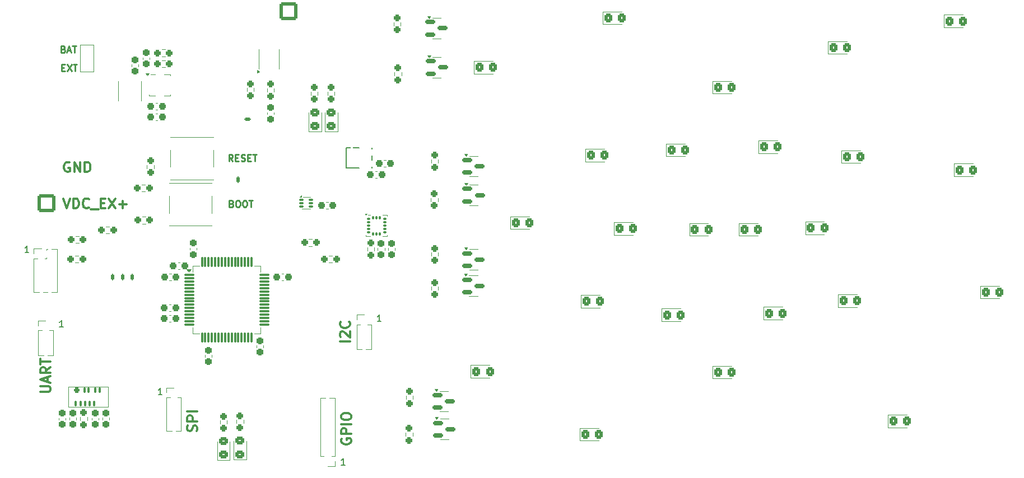
<source format=gto>
G04 #@! TF.GenerationSoftware,KiCad,Pcbnew,8.0.2-8.0.2-0~ubuntu22.04.1*
G04 #@! TF.CreationDate,2024-05-15T13:26:14-04:00*
G04 #@! TF.ProjectId,holiday-widget,686f6c69-6461-4792-9d77-69646765742e,1.0*
G04 #@! TF.SameCoordinates,Original*
G04 #@! TF.FileFunction,Legend,Top*
G04 #@! TF.FilePolarity,Positive*
%FSLAX46Y46*%
G04 Gerber Fmt 4.6, Leading zero omitted, Abs format (unit mm)*
G04 Created by KiCad (PCBNEW 8.0.2-8.0.2-0~ubuntu22.04.1) date 2024-05-15 13:26:14*
%MOMM*%
%LPD*%
G01*
G04 APERTURE LIST*
G04 Aperture macros list*
%AMRoundRect*
0 Rectangle with rounded corners*
0 $1 Rounding radius*
0 $2 $3 $4 $5 $6 $7 $8 $9 X,Y pos of 4 corners*
0 Add a 4 corners polygon primitive as box body*
4,1,4,$2,$3,$4,$5,$6,$7,$8,$9,$2,$3,0*
0 Add four circle primitives for the rounded corners*
1,1,$1+$1,$2,$3*
1,1,$1+$1,$4,$5*
1,1,$1+$1,$6,$7*
1,1,$1+$1,$8,$9*
0 Add four rect primitives between the rounded corners*
20,1,$1+$1,$2,$3,$4,$5,0*
20,1,$1+$1,$4,$5,$6,$7,0*
20,1,$1+$1,$6,$7,$8,$9,0*
20,1,$1+$1,$8,$9,$2,$3,0*%
%AMFreePoly0*
4,1,51,0.911569,0.773019,1.138152,0.657569,1.317969,0.477752,1.433419,0.251169,1.462091,0.070138,1.470107,0.070840,1.473200,0.000000,1.470107,-0.070840,1.462091,-0.070138,1.433419,-0.251169,1.317969,-0.477752,1.138152,-0.657569,0.911569,-0.773019,0.660400,-0.812800,0.409231,-0.773019,0.182648,-0.657569,0.002831,-0.477752,-0.112619,-0.251169,-0.141291,-0.070138,-0.149307,-0.070840,
-0.152400,0.000000,0.152400,0.000000,0.177263,-0.156981,0.249420,-0.298595,0.361805,-0.410981,0.503420,-0.483137,0.660400,-0.508000,0.817381,-0.483137,0.958995,-0.410981,1.071381,-0.298595,1.143537,-0.156981,1.168400,0.000000,1.143537,0.156981,1.071381,0.298595,0.958995,0.410981,0.817381,0.483137,0.660400,0.508000,0.503420,0.483137,0.361805,0.410981,0.249420,0.298595,
0.177263,0.156981,0.152400,0.000000,-0.152400,0.000000,-0.149307,0.070840,-0.141291,0.070138,-0.112619,0.251169,0.002831,0.477752,0.182648,0.657569,0.409231,0.773019,0.660400,0.812800,0.911569,0.773019,0.911569,0.773019,$1*%
%AMFreePoly1*
4,1,11,0.760000,0.825000,0.380000,0.510000,0.380000,-0.510000,0.760000,-0.825000,0.760000,-1.525000,-0.125000,-1.525000,-0.380000,-1.270000,-0.380000,1.270000,-0.125000,1.525000,0.760000,1.525000,0.760000,0.825000,0.760000,0.825000,$1*%
G04 Aperture macros list end*
%ADD10C,0.300000*%
%ADD11C,0.200000*%
%ADD12C,0.250000*%
%ADD13C,0.120000*%
%ADD14C,0.152400*%
%ADD15C,0.100000*%
%ADD16R,0.280000X0.280000*%
%ADD17O,0.850000X0.280000*%
%ADD18C,0.600000*%
%ADD19R,0.680000X1.050000*%
%ADD20R,0.260000X0.500000*%
%ADD21R,0.280000X0.700000*%
%ADD22R,1.650000X2.400000*%
%ADD23R,1.550000X1.300000*%
%ADD24RoundRect,0.237500X-0.300000X-0.237500X0.300000X-0.237500X0.300000X0.237500X-0.300000X0.237500X0*%
%ADD25RoundRect,0.237500X0.300000X0.237500X-0.300000X0.237500X-0.300000X-0.237500X0.300000X-0.237500X0*%
%ADD26R,1.000000X1.000000*%
%ADD27O,1.000000X1.000000*%
%ADD28RoundRect,0.250000X-0.325000X-0.450000X0.325000X-0.450000X0.325000X0.450000X-0.325000X0.450000X0*%
%ADD29RoundRect,0.250000X1.125000X1.125000X-1.125000X1.125000X-1.125000X-1.125000X1.125000X-1.125000X0*%
%ADD30C,2.750000*%
%ADD31RoundRect,0.125000X-0.125000X-0.375000X0.125000X-0.375000X0.125000X0.375000X-0.125000X0.375000X0*%
%ADD32RoundRect,0.237500X-0.250000X-0.237500X0.250000X-0.237500X0.250000X0.237500X-0.250000X0.237500X0*%
%ADD33RoundRect,0.237500X0.237500X-0.300000X0.237500X0.300000X-0.237500X0.300000X-0.237500X-0.300000X0*%
%ADD34RoundRect,0.237500X-0.237500X0.250000X-0.237500X-0.250000X0.237500X-0.250000X0.237500X0.250000X0*%
%ADD35RoundRect,0.087500X-0.187500X-0.087500X0.187500X-0.087500X0.187500X0.087500X-0.187500X0.087500X0*%
%ADD36RoundRect,0.087500X-0.087500X-0.187500X0.087500X-0.187500X0.087500X0.187500X-0.087500X0.187500X0*%
%ADD37RoundRect,0.150000X-0.587500X-0.150000X0.587500X-0.150000X0.587500X0.150000X-0.587500X0.150000X0*%
%ADD38RoundRect,0.237500X0.250000X0.237500X-0.250000X0.237500X-0.250000X-0.237500X0.250000X-0.237500X0*%
%ADD39RoundRect,0.237500X0.237500X-0.250000X0.237500X0.250000X-0.237500X0.250000X-0.237500X-0.250000X0*%
%ADD40RoundRect,0.250000X1.125000X-1.125000X1.125000X1.125000X-1.125000X1.125000X-1.125000X-1.125000X0*%
%ADD41RoundRect,0.125000X0.375000X-0.125000X0.375000X0.125000X-0.375000X0.125000X-0.375000X-0.125000X0*%
%ADD42RoundRect,0.237500X-0.237500X0.300000X-0.237500X-0.300000X0.237500X-0.300000X0.237500X0.300000X0*%
%ADD43C,0.500000*%
%ADD44R,0.533400X0.736600*%
%ADD45FreePoly0,0.000000*%
%ADD46RoundRect,0.250000X0.450000X-0.325000X0.450000X0.325000X-0.450000X0.325000X-0.450000X-0.325000X0*%
%ADD47C,2.600000*%
%ADD48C,3.800000*%
%ADD49R,1.500000X1.000000*%
%ADD50R,0.300000X1.600000*%
%ADD51RoundRect,0.100000X-0.100000X-0.300000X0.100000X-0.300000X0.100000X0.300000X-0.100000X0.300000X0*%
%ADD52RoundRect,0.200000X-0.215000X-0.200000X0.215000X-0.200000X0.215000X0.200000X-0.215000X0.200000X0*%
%ADD53RoundRect,0.085000X-0.265000X-0.085000X0.265000X-0.085000X0.265000X0.085000X-0.265000X0.085000X0*%
%ADD54FreePoly1,90.000000*%
%ADD55FreePoly1,270.000000*%
%ADD56O,1.300000X4.600000*%
%ADD57O,1.300000X2.800000*%
%ADD58RoundRect,0.075000X-0.700000X-0.075000X0.700000X-0.075000X0.700000X0.075000X-0.700000X0.075000X0*%
%ADD59RoundRect,0.075000X-0.075000X-0.700000X0.075000X-0.700000X0.075000X0.700000X-0.075000X0.700000X0*%
G04 APERTURE END LIST*
D10*
X117118856Y-133065686D02*
X118333142Y-133065686D01*
X118333142Y-133065686D02*
X118475999Y-132994257D01*
X118475999Y-132994257D02*
X118547428Y-132922829D01*
X118547428Y-132922829D02*
X118618856Y-132779971D01*
X118618856Y-132779971D02*
X118618856Y-132494257D01*
X118618856Y-132494257D02*
X118547428Y-132351400D01*
X118547428Y-132351400D02*
X118475999Y-132279971D01*
X118475999Y-132279971D02*
X118333142Y-132208543D01*
X118333142Y-132208543D02*
X117118856Y-132208543D01*
X118190285Y-131565685D02*
X118190285Y-130851400D01*
X118618856Y-131708542D02*
X117118856Y-131208542D01*
X117118856Y-131208542D02*
X118618856Y-130708542D01*
X118618856Y-129351400D02*
X117904570Y-129851400D01*
X118618856Y-130208543D02*
X117118856Y-130208543D01*
X117118856Y-130208543D02*
X117118856Y-129637114D01*
X117118856Y-129637114D02*
X117190285Y-129494257D01*
X117190285Y-129494257D02*
X117261713Y-129422828D01*
X117261713Y-129422828D02*
X117404570Y-129351400D01*
X117404570Y-129351400D02*
X117618856Y-129351400D01*
X117618856Y-129351400D02*
X117761713Y-129422828D01*
X117761713Y-129422828D02*
X117833142Y-129494257D01*
X117833142Y-129494257D02*
X117904570Y-129637114D01*
X117904570Y-129637114D02*
X117904570Y-130208543D01*
X117118856Y-128922828D02*
X117118856Y-128065686D01*
X118618856Y-128494257D02*
X117118856Y-128494257D01*
D11*
X120554742Y-123238341D02*
X119983314Y-123238341D01*
X120269028Y-123238341D02*
X120269028Y-122238341D01*
X120269028Y-122238341D02*
X120173790Y-122381198D01*
X120173790Y-122381198D02*
X120078552Y-122476436D01*
X120078552Y-122476436D02*
X119983314Y-122524055D01*
X163143482Y-144117219D02*
X162572054Y-144117219D01*
X162857768Y-144117219D02*
X162857768Y-143117219D01*
X162857768Y-143117219D02*
X162762530Y-143260076D01*
X162762530Y-143260076D02*
X162667292Y-143355314D01*
X162667292Y-143355314D02*
X162572054Y-143402933D01*
D10*
X163857511Y-125445489D02*
X162357511Y-125445489D01*
X162500368Y-124802631D02*
X162428940Y-124731203D01*
X162428940Y-124731203D02*
X162357511Y-124588346D01*
X162357511Y-124588346D02*
X162357511Y-124231203D01*
X162357511Y-124231203D02*
X162428940Y-124088346D01*
X162428940Y-124088346D02*
X162500368Y-124016917D01*
X162500368Y-124016917D02*
X162643225Y-123945488D01*
X162643225Y-123945488D02*
X162786083Y-123945488D01*
X162786083Y-123945488D02*
X163000368Y-124016917D01*
X163000368Y-124016917D02*
X163857511Y-124874060D01*
X163857511Y-124874060D02*
X163857511Y-123945488D01*
X163714654Y-122445489D02*
X163786083Y-122516917D01*
X163786083Y-122516917D02*
X163857511Y-122731203D01*
X163857511Y-122731203D02*
X163857511Y-122874060D01*
X163857511Y-122874060D02*
X163786083Y-123088346D01*
X163786083Y-123088346D02*
X163643225Y-123231203D01*
X163643225Y-123231203D02*
X163500368Y-123302632D01*
X163500368Y-123302632D02*
X163214654Y-123374060D01*
X163214654Y-123374060D02*
X163000368Y-123374060D01*
X163000368Y-123374060D02*
X162714654Y-123302632D01*
X162714654Y-123302632D02*
X162571797Y-123231203D01*
X162571797Y-123231203D02*
X162428940Y-123088346D01*
X162428940Y-123088346D02*
X162357511Y-122874060D01*
X162357511Y-122874060D02*
X162357511Y-122731203D01*
X162357511Y-122731203D02*
X162428940Y-122516917D01*
X162428940Y-122516917D02*
X162500368Y-122445489D01*
D11*
X115339334Y-111986660D02*
X114767906Y-111986660D01*
X115053620Y-111986660D02*
X115053620Y-110986660D01*
X115053620Y-110986660D02*
X114958382Y-111129517D01*
X114958382Y-111129517D02*
X114863144Y-111224755D01*
X114863144Y-111224755D02*
X114767906Y-111272374D01*
D10*
X120565902Y-103814273D02*
X121065902Y-105314273D01*
X121065902Y-105314273D02*
X121565902Y-103814273D01*
X122065901Y-105314273D02*
X122065901Y-103814273D01*
X122065901Y-103814273D02*
X122423044Y-103814273D01*
X122423044Y-103814273D02*
X122637330Y-103885702D01*
X122637330Y-103885702D02*
X122780187Y-104028559D01*
X122780187Y-104028559D02*
X122851616Y-104171416D01*
X122851616Y-104171416D02*
X122923044Y-104457130D01*
X122923044Y-104457130D02*
X122923044Y-104671416D01*
X122923044Y-104671416D02*
X122851616Y-104957130D01*
X122851616Y-104957130D02*
X122780187Y-105099987D01*
X122780187Y-105099987D02*
X122637330Y-105242845D01*
X122637330Y-105242845D02*
X122423044Y-105314273D01*
X122423044Y-105314273D02*
X122065901Y-105314273D01*
X124423044Y-105171416D02*
X124351616Y-105242845D01*
X124351616Y-105242845D02*
X124137330Y-105314273D01*
X124137330Y-105314273D02*
X123994473Y-105314273D01*
X123994473Y-105314273D02*
X123780187Y-105242845D01*
X123780187Y-105242845D02*
X123637330Y-105099987D01*
X123637330Y-105099987D02*
X123565901Y-104957130D01*
X123565901Y-104957130D02*
X123494473Y-104671416D01*
X123494473Y-104671416D02*
X123494473Y-104457130D01*
X123494473Y-104457130D02*
X123565901Y-104171416D01*
X123565901Y-104171416D02*
X123637330Y-104028559D01*
X123637330Y-104028559D02*
X123780187Y-103885702D01*
X123780187Y-103885702D02*
X123994473Y-103814273D01*
X123994473Y-103814273D02*
X124137330Y-103814273D01*
X124137330Y-103814273D02*
X124351616Y-103885702D01*
X124351616Y-103885702D02*
X124423044Y-103957130D01*
X124708759Y-105457130D02*
X125851616Y-105457130D01*
X126208758Y-104528559D02*
X126708758Y-104528559D01*
X126923044Y-105314273D02*
X126208758Y-105314273D01*
X126208758Y-105314273D02*
X126208758Y-103814273D01*
X126208758Y-103814273D02*
X126923044Y-103814273D01*
X127423044Y-103814273D02*
X128423044Y-105314273D01*
X128423044Y-103814273D02*
X127423044Y-105314273D01*
X128994472Y-104742845D02*
X130137330Y-104742845D01*
X129565901Y-105314273D02*
X129565901Y-104171416D01*
D12*
X145985901Y-104590809D02*
X146128758Y-104638428D01*
X146128758Y-104638428D02*
X146176377Y-104686047D01*
X146176377Y-104686047D02*
X146223996Y-104781285D01*
X146223996Y-104781285D02*
X146223996Y-104924142D01*
X146223996Y-104924142D02*
X146176377Y-105019380D01*
X146176377Y-105019380D02*
X146128758Y-105067000D01*
X146128758Y-105067000D02*
X146033520Y-105114619D01*
X146033520Y-105114619D02*
X145652568Y-105114619D01*
X145652568Y-105114619D02*
X145652568Y-104114619D01*
X145652568Y-104114619D02*
X145985901Y-104114619D01*
X145985901Y-104114619D02*
X146081139Y-104162238D01*
X146081139Y-104162238D02*
X146128758Y-104209857D01*
X146128758Y-104209857D02*
X146176377Y-104305095D01*
X146176377Y-104305095D02*
X146176377Y-104400333D01*
X146176377Y-104400333D02*
X146128758Y-104495571D01*
X146128758Y-104495571D02*
X146081139Y-104543190D01*
X146081139Y-104543190D02*
X145985901Y-104590809D01*
X145985901Y-104590809D02*
X145652568Y-104590809D01*
X146843044Y-104114619D02*
X147033520Y-104114619D01*
X147033520Y-104114619D02*
X147128758Y-104162238D01*
X147128758Y-104162238D02*
X147223996Y-104257476D01*
X147223996Y-104257476D02*
X147271615Y-104447952D01*
X147271615Y-104447952D02*
X147271615Y-104781285D01*
X147271615Y-104781285D02*
X147223996Y-104971761D01*
X147223996Y-104971761D02*
X147128758Y-105067000D01*
X147128758Y-105067000D02*
X147033520Y-105114619D01*
X147033520Y-105114619D02*
X146843044Y-105114619D01*
X146843044Y-105114619D02*
X146747806Y-105067000D01*
X146747806Y-105067000D02*
X146652568Y-104971761D01*
X146652568Y-104971761D02*
X146604949Y-104781285D01*
X146604949Y-104781285D02*
X146604949Y-104447952D01*
X146604949Y-104447952D02*
X146652568Y-104257476D01*
X146652568Y-104257476D02*
X146747806Y-104162238D01*
X146747806Y-104162238D02*
X146843044Y-104114619D01*
X147890663Y-104114619D02*
X148081139Y-104114619D01*
X148081139Y-104114619D02*
X148176377Y-104162238D01*
X148176377Y-104162238D02*
X148271615Y-104257476D01*
X148271615Y-104257476D02*
X148319234Y-104447952D01*
X148319234Y-104447952D02*
X148319234Y-104781285D01*
X148319234Y-104781285D02*
X148271615Y-104971761D01*
X148271615Y-104971761D02*
X148176377Y-105067000D01*
X148176377Y-105067000D02*
X148081139Y-105114619D01*
X148081139Y-105114619D02*
X147890663Y-105114619D01*
X147890663Y-105114619D02*
X147795425Y-105067000D01*
X147795425Y-105067000D02*
X147700187Y-104971761D01*
X147700187Y-104971761D02*
X147652568Y-104781285D01*
X147652568Y-104781285D02*
X147652568Y-104447952D01*
X147652568Y-104447952D02*
X147700187Y-104257476D01*
X147700187Y-104257476D02*
X147795425Y-104162238D01*
X147795425Y-104162238D02*
X147890663Y-104114619D01*
X148604949Y-104114619D02*
X149176377Y-104114619D01*
X148890663Y-105114619D02*
X148890663Y-104114619D01*
D11*
X135475147Y-133503878D02*
X134903719Y-133503878D01*
X135189433Y-133503878D02*
X135189433Y-132503878D01*
X135189433Y-132503878D02*
X135094195Y-132646735D01*
X135094195Y-132646735D02*
X134998957Y-132741973D01*
X134998957Y-132741973D02*
X134903719Y-132789592D01*
D10*
X140729400Y-139016917D02*
X140800828Y-138802632D01*
X140800828Y-138802632D02*
X140800828Y-138445489D01*
X140800828Y-138445489D02*
X140729400Y-138302632D01*
X140729400Y-138302632D02*
X140657971Y-138231203D01*
X140657971Y-138231203D02*
X140515114Y-138159774D01*
X140515114Y-138159774D02*
X140372257Y-138159774D01*
X140372257Y-138159774D02*
X140229400Y-138231203D01*
X140229400Y-138231203D02*
X140157971Y-138302632D01*
X140157971Y-138302632D02*
X140086542Y-138445489D01*
X140086542Y-138445489D02*
X140015114Y-138731203D01*
X140015114Y-138731203D02*
X139943685Y-138874060D01*
X139943685Y-138874060D02*
X139872257Y-138945489D01*
X139872257Y-138945489D02*
X139729400Y-139016917D01*
X139729400Y-139016917D02*
X139586542Y-139016917D01*
X139586542Y-139016917D02*
X139443685Y-138945489D01*
X139443685Y-138945489D02*
X139372257Y-138874060D01*
X139372257Y-138874060D02*
X139300828Y-138731203D01*
X139300828Y-138731203D02*
X139300828Y-138374060D01*
X139300828Y-138374060D02*
X139372257Y-138159774D01*
X140800828Y-137516918D02*
X139300828Y-137516918D01*
X139300828Y-137516918D02*
X139300828Y-136945489D01*
X139300828Y-136945489D02*
X139372257Y-136802632D01*
X139372257Y-136802632D02*
X139443685Y-136731203D01*
X139443685Y-136731203D02*
X139586542Y-136659775D01*
X139586542Y-136659775D02*
X139800828Y-136659775D01*
X139800828Y-136659775D02*
X139943685Y-136731203D01*
X139943685Y-136731203D02*
X140015114Y-136802632D01*
X140015114Y-136802632D02*
X140086542Y-136945489D01*
X140086542Y-136945489D02*
X140086542Y-137516918D01*
X140800828Y-136016918D02*
X139300828Y-136016918D01*
X121506121Y-98385874D02*
X121363264Y-98314445D01*
X121363264Y-98314445D02*
X121148978Y-98314445D01*
X121148978Y-98314445D02*
X120934692Y-98385874D01*
X120934692Y-98385874D02*
X120791835Y-98528731D01*
X120791835Y-98528731D02*
X120720406Y-98671588D01*
X120720406Y-98671588D02*
X120648978Y-98957302D01*
X120648978Y-98957302D02*
X120648978Y-99171588D01*
X120648978Y-99171588D02*
X120720406Y-99457302D01*
X120720406Y-99457302D02*
X120791835Y-99600159D01*
X120791835Y-99600159D02*
X120934692Y-99743017D01*
X120934692Y-99743017D02*
X121148978Y-99814445D01*
X121148978Y-99814445D02*
X121291835Y-99814445D01*
X121291835Y-99814445D02*
X121506121Y-99743017D01*
X121506121Y-99743017D02*
X121577549Y-99671588D01*
X121577549Y-99671588D02*
X121577549Y-99171588D01*
X121577549Y-99171588D02*
X121291835Y-99171588D01*
X122220406Y-99814445D02*
X122220406Y-98314445D01*
X122220406Y-98314445D02*
X123077549Y-99814445D01*
X123077549Y-99814445D02*
X123077549Y-98314445D01*
X123791835Y-99814445D02*
X123791835Y-98314445D01*
X123791835Y-98314445D02*
X124148978Y-98314445D01*
X124148978Y-98314445D02*
X124363264Y-98385874D01*
X124363264Y-98385874D02*
X124506121Y-98528731D01*
X124506121Y-98528731D02*
X124577550Y-98671588D01*
X124577550Y-98671588D02*
X124648978Y-98957302D01*
X124648978Y-98957302D02*
X124648978Y-99171588D01*
X124648978Y-99171588D02*
X124577550Y-99457302D01*
X124577550Y-99457302D02*
X124506121Y-99600159D01*
X124506121Y-99600159D02*
X124363264Y-99743017D01*
X124363264Y-99743017D02*
X124148978Y-99814445D01*
X124148978Y-99814445D02*
X123791835Y-99814445D01*
D12*
X120335984Y-84006281D02*
X120669317Y-84006281D01*
X120812174Y-84530091D02*
X120335984Y-84530091D01*
X120335984Y-84530091D02*
X120335984Y-83530091D01*
X120335984Y-83530091D02*
X120812174Y-83530091D01*
X121145508Y-83530091D02*
X121812174Y-84530091D01*
X121812174Y-83530091D02*
X121145508Y-84530091D01*
X122050270Y-83530091D02*
X122621698Y-83530091D01*
X122335984Y-84530091D02*
X122335984Y-83530091D01*
X120548233Y-81221357D02*
X120691090Y-81268976D01*
X120691090Y-81268976D02*
X120738709Y-81316595D01*
X120738709Y-81316595D02*
X120786328Y-81411833D01*
X120786328Y-81411833D02*
X120786328Y-81554690D01*
X120786328Y-81554690D02*
X120738709Y-81649928D01*
X120738709Y-81649928D02*
X120691090Y-81697548D01*
X120691090Y-81697548D02*
X120595852Y-81745167D01*
X120595852Y-81745167D02*
X120214900Y-81745167D01*
X120214900Y-81745167D02*
X120214900Y-80745167D01*
X120214900Y-80745167D02*
X120548233Y-80745167D01*
X120548233Y-80745167D02*
X120643471Y-80792786D01*
X120643471Y-80792786D02*
X120691090Y-80840405D01*
X120691090Y-80840405D02*
X120738709Y-80935643D01*
X120738709Y-80935643D02*
X120738709Y-81030881D01*
X120738709Y-81030881D02*
X120691090Y-81126119D01*
X120691090Y-81126119D02*
X120643471Y-81173738D01*
X120643471Y-81173738D02*
X120548233Y-81221357D01*
X120548233Y-81221357D02*
X120214900Y-81221357D01*
X121167281Y-81459452D02*
X121643471Y-81459452D01*
X121072043Y-81745167D02*
X121405376Y-80745167D01*
X121405376Y-80745167D02*
X121738709Y-81745167D01*
X121929186Y-80745167D02*
X122500614Y-80745167D01*
X122214900Y-81745167D02*
X122214900Y-80745167D01*
X146155874Y-98174793D02*
X145822541Y-97698602D01*
X145584446Y-98174793D02*
X145584446Y-97174793D01*
X145584446Y-97174793D02*
X145965398Y-97174793D01*
X145965398Y-97174793D02*
X146060636Y-97222412D01*
X146060636Y-97222412D02*
X146108255Y-97270031D01*
X146108255Y-97270031D02*
X146155874Y-97365269D01*
X146155874Y-97365269D02*
X146155874Y-97508126D01*
X146155874Y-97508126D02*
X146108255Y-97603364D01*
X146108255Y-97603364D02*
X146060636Y-97650983D01*
X146060636Y-97650983D02*
X145965398Y-97698602D01*
X145965398Y-97698602D02*
X145584446Y-97698602D01*
X146584446Y-97650983D02*
X146917779Y-97650983D01*
X147060636Y-98174793D02*
X146584446Y-98174793D01*
X146584446Y-98174793D02*
X146584446Y-97174793D01*
X146584446Y-97174793D02*
X147060636Y-97174793D01*
X147441589Y-98127174D02*
X147584446Y-98174793D01*
X147584446Y-98174793D02*
X147822541Y-98174793D01*
X147822541Y-98174793D02*
X147917779Y-98127174D01*
X147917779Y-98127174D02*
X147965398Y-98079554D01*
X147965398Y-98079554D02*
X148013017Y-97984316D01*
X148013017Y-97984316D02*
X148013017Y-97889078D01*
X148013017Y-97889078D02*
X147965398Y-97793840D01*
X147965398Y-97793840D02*
X147917779Y-97746221D01*
X147917779Y-97746221D02*
X147822541Y-97698602D01*
X147822541Y-97698602D02*
X147632065Y-97650983D01*
X147632065Y-97650983D02*
X147536827Y-97603364D01*
X147536827Y-97603364D02*
X147489208Y-97555745D01*
X147489208Y-97555745D02*
X147441589Y-97460507D01*
X147441589Y-97460507D02*
X147441589Y-97365269D01*
X147441589Y-97365269D02*
X147489208Y-97270031D01*
X147489208Y-97270031D02*
X147536827Y-97222412D01*
X147536827Y-97222412D02*
X147632065Y-97174793D01*
X147632065Y-97174793D02*
X147870160Y-97174793D01*
X147870160Y-97174793D02*
X148013017Y-97222412D01*
X148441589Y-97650983D02*
X148774922Y-97650983D01*
X148917779Y-98174793D02*
X148441589Y-98174793D01*
X148441589Y-98174793D02*
X148441589Y-97174793D01*
X148441589Y-97174793D02*
X148917779Y-97174793D01*
X149203494Y-97174793D02*
X149774922Y-97174793D01*
X149489208Y-98174793D02*
X149489208Y-97174793D01*
D11*
X168581938Y-122421620D02*
X168010510Y-122421620D01*
X168296224Y-122421620D02*
X168296224Y-121421620D01*
X168296224Y-121421620D02*
X168200986Y-121564477D01*
X168200986Y-121564477D02*
X168105748Y-121659715D01*
X168105748Y-121659715D02*
X168010510Y-121707334D01*
D10*
X162622257Y-140159774D02*
X162550828Y-140302632D01*
X162550828Y-140302632D02*
X162550828Y-140516917D01*
X162550828Y-140516917D02*
X162622257Y-140731203D01*
X162622257Y-140731203D02*
X162765114Y-140874060D01*
X162765114Y-140874060D02*
X162907971Y-140945489D01*
X162907971Y-140945489D02*
X163193685Y-141016917D01*
X163193685Y-141016917D02*
X163407971Y-141016917D01*
X163407971Y-141016917D02*
X163693685Y-140945489D01*
X163693685Y-140945489D02*
X163836542Y-140874060D01*
X163836542Y-140874060D02*
X163979400Y-140731203D01*
X163979400Y-140731203D02*
X164050828Y-140516917D01*
X164050828Y-140516917D02*
X164050828Y-140374060D01*
X164050828Y-140374060D02*
X163979400Y-140159774D01*
X163979400Y-140159774D02*
X163907971Y-140088346D01*
X163907971Y-140088346D02*
X163407971Y-140088346D01*
X163407971Y-140088346D02*
X163407971Y-140374060D01*
X164050828Y-139445489D02*
X162550828Y-139445489D01*
X162550828Y-139445489D02*
X162550828Y-138874060D01*
X162550828Y-138874060D02*
X162622257Y-138731203D01*
X162622257Y-138731203D02*
X162693685Y-138659774D01*
X162693685Y-138659774D02*
X162836542Y-138588346D01*
X162836542Y-138588346D02*
X163050828Y-138588346D01*
X163050828Y-138588346D02*
X163193685Y-138659774D01*
X163193685Y-138659774D02*
X163265114Y-138731203D01*
X163265114Y-138731203D02*
X163336542Y-138874060D01*
X163336542Y-138874060D02*
X163336542Y-139445489D01*
X164050828Y-137945489D02*
X162550828Y-137945489D01*
X162550828Y-136945488D02*
X162550828Y-136659774D01*
X162550828Y-136659774D02*
X162622257Y-136516917D01*
X162622257Y-136516917D02*
X162765114Y-136374060D01*
X162765114Y-136374060D02*
X163050828Y-136302631D01*
X163050828Y-136302631D02*
X163550828Y-136302631D01*
X163550828Y-136302631D02*
X163836542Y-136374060D01*
X163836542Y-136374060D02*
X163979400Y-136516917D01*
X163979400Y-136516917D02*
X164050828Y-136659774D01*
X164050828Y-136659774D02*
X164050828Y-136945488D01*
X164050828Y-136945488D02*
X163979400Y-137088346D01*
X163979400Y-137088346D02*
X163836542Y-137231203D01*
X163836542Y-137231203D02*
X163550828Y-137302631D01*
X163550828Y-137302631D02*
X163050828Y-137302631D01*
X163050828Y-137302631D02*
X162765114Y-137231203D01*
X162765114Y-137231203D02*
X162622257Y-137088346D01*
X162622257Y-137088346D02*
X162550828Y-136945488D01*
D13*
X133481196Y-88294048D02*
X133481196Y-88069048D01*
X133481196Y-88294048D02*
X134456196Y-88294048D01*
X133786196Y-85044048D02*
X134456196Y-85044048D01*
X135756196Y-85044048D02*
X136731196Y-85044048D01*
X135756196Y-88294048D02*
X136731196Y-88294048D01*
X136731196Y-85269048D02*
X136731196Y-85044048D01*
X136731196Y-88069048D02*
X136731196Y-88294048D01*
X133266196Y-85249048D02*
X133026196Y-84919048D01*
X133506196Y-84919048D01*
X133266196Y-85249048D01*
G36*
X133266196Y-85249048D02*
G01*
X133026196Y-84919048D01*
X133506196Y-84919048D01*
X133266196Y-85249048D01*
G37*
X136745000Y-94520000D02*
X143205000Y-94520000D01*
X136745000Y-94550000D02*
X136745000Y-94520000D01*
X136745000Y-96450000D02*
X136745000Y-99050000D01*
X136745000Y-100980000D02*
X136745000Y-100950000D01*
X136745000Y-100980000D02*
X143205000Y-100980000D01*
X143205000Y-94520000D02*
X143205000Y-94550000D01*
X143205000Y-96450000D02*
X143205000Y-99050000D01*
X143205000Y-100980000D02*
X143205000Y-100950000D01*
X153563494Y-115195081D02*
X153856028Y-115195081D01*
X153563494Y-116215081D02*
X153856028Y-116215081D01*
X136819402Y-121427760D02*
X136526868Y-121427760D01*
X136819402Y-122447760D02*
X136526868Y-122447760D01*
X159390000Y-142800000D02*
X159390000Y-133975000D01*
X159936529Y-142800000D02*
X159390000Y-142800000D01*
X160192470Y-133975000D02*
X159390000Y-133975000D01*
X161610000Y-133975000D02*
X160807530Y-133975000D01*
X161610000Y-142800000D02*
X161063471Y-142800000D01*
X161610000Y-142800000D02*
X161610000Y-133975000D01*
X161610000Y-143560000D02*
X161610000Y-144320000D01*
X161610000Y-144320000D02*
X160500000Y-144320000D01*
X237654371Y-118318460D02*
X237654371Y-120238460D01*
X237654371Y-120238460D02*
X240514371Y-120238460D01*
X240514371Y-118318460D02*
X237654371Y-118318460D01*
X122370183Y-109526051D02*
X122879631Y-109526051D01*
X122370183Y-110571051D02*
X122879631Y-110571051D01*
X151396336Y-91086541D02*
X151396336Y-90794007D01*
X152416336Y-91086541D02*
X152416336Y-90794007D01*
X238140000Y-96540000D02*
X238140000Y-98460000D01*
X238140000Y-98460000D02*
X241000000Y-98460000D01*
X241000000Y-96540000D02*
X238140000Y-96540000D01*
X133202500Y-98745276D02*
X133202500Y-99254724D01*
X134247500Y-98745276D02*
X134247500Y-99254724D01*
X225640000Y-95040000D02*
X225640000Y-96960000D01*
X225640000Y-96960000D02*
X228500000Y-96960000D01*
X228500000Y-95040000D02*
X225640000Y-95040000D01*
X166286477Y-109531439D02*
X166286477Y-109356439D01*
X166961477Y-106311439D02*
X166586477Y-106311439D01*
X166961477Y-109531439D02*
X166286477Y-109531439D01*
X168831477Y-106311439D02*
X169506477Y-106311439D01*
X168831477Y-109531439D02*
X169506477Y-109531439D01*
X169506477Y-106311439D02*
X169506477Y-106486439D01*
X169506477Y-109531439D02*
X169506477Y-109356439D01*
X166286477Y-106311439D02*
X166146477Y-106121439D01*
X166426477Y-106121439D01*
X166286477Y-106311439D01*
G36*
X166286477Y-106311439D02*
G01*
X166146477Y-106121439D01*
X166426477Y-106121439D01*
X166286477Y-106311439D01*
G37*
X182553799Y-97378898D02*
X181903799Y-97378898D01*
X182553799Y-97378898D02*
X183203799Y-97378898D01*
X182553799Y-100498898D02*
X181903799Y-100498898D01*
X182553799Y-100498898D02*
X183203799Y-100498898D01*
X181391299Y-97428898D02*
X181151299Y-97098898D01*
X181631299Y-97098898D01*
X181391299Y-97428898D01*
G36*
X181391299Y-97428898D02*
G01*
X181151299Y-97098898D01*
X181631299Y-97098898D01*
X181391299Y-97428898D01*
G37*
X132407776Y-101727500D02*
X132917224Y-101727500D01*
X132407776Y-102772500D02*
X132917224Y-102772500D01*
X132972808Y-106581829D02*
X132463360Y-106581829D01*
X132972808Y-107626829D02*
X132463360Y-107626829D01*
X170610679Y-85227004D02*
X170610679Y-84717556D01*
X171655679Y-85227004D02*
X171655679Y-84717556D01*
X168991233Y-97990000D02*
X169283767Y-97990000D01*
X168991233Y-99010000D02*
X169283767Y-99010000D01*
X259140000Y-117040000D02*
X259140000Y-118960000D01*
X259140000Y-118960000D02*
X262000000Y-118960000D01*
X262000000Y-117040000D02*
X259140000Y-117040000D01*
X172307130Y-139771668D02*
X172307130Y-139262220D01*
X173352130Y-139771668D02*
X173352130Y-139262220D01*
X160487500Y-87657776D02*
X160487500Y-88167224D01*
X161532500Y-87657776D02*
X161532500Y-88167224D01*
X172369401Y-134167224D02*
X172369401Y-133657776D01*
X173414401Y-134167224D02*
X173414401Y-133657776D01*
X222640000Y-107540000D02*
X222640000Y-109460000D01*
X222640000Y-109460000D02*
X225500000Y-109460000D01*
X225500000Y-107540000D02*
X222640000Y-107540000D01*
X226385392Y-120217972D02*
X226385392Y-122137972D01*
X226385392Y-122137972D02*
X229245392Y-122137972D01*
X229245392Y-120217972D02*
X226385392Y-120217972D01*
X116765360Y-122272355D02*
X117875360Y-122272355D01*
X116765360Y-123032355D02*
X116765360Y-122272355D01*
X116765360Y-123792355D02*
X116765360Y-127537355D01*
X116765360Y-123792355D02*
X117311889Y-123792355D01*
X116765360Y-127537355D02*
X117567830Y-127537355D01*
X118182890Y-127537355D02*
X118985360Y-127537355D01*
X118438831Y-123792355D02*
X118985360Y-123792355D01*
X118985360Y-123792355D02*
X118985360Y-127537355D01*
X188140000Y-106540000D02*
X188140000Y-108460000D01*
X188140000Y-108460000D02*
X191000000Y-108460000D01*
X191000000Y-106540000D02*
X188140000Y-106540000D01*
X121499140Y-137001284D02*
X121499140Y-137293818D01*
X122519140Y-137001284D02*
X122519140Y-137293818D01*
X182640000Y-83040000D02*
X182640000Y-84960000D01*
X182640000Y-84960000D02*
X185500000Y-84960000D01*
X185500000Y-83040000D02*
X182640000Y-83040000D01*
D14*
X163306200Y-96163900D02*
X163306200Y-99161100D01*
X163306200Y-99161100D02*
X165226360Y-99161100D01*
X165226360Y-96163900D02*
X163306200Y-96163900D01*
X167167000Y-96319418D02*
X167167000Y-96163900D01*
X167167000Y-97994418D02*
X167167000Y-97330582D01*
X167167000Y-99161100D02*
X167167000Y-99005582D01*
D13*
X136140000Y-132430000D02*
X137250000Y-132430000D01*
X136140000Y-133190000D02*
X136140000Y-132430000D01*
X136140000Y-133950000D02*
X136140000Y-138965000D01*
X136140000Y-133950000D02*
X136686529Y-133950000D01*
X136140000Y-138965000D02*
X136942470Y-138965000D01*
X137557530Y-138965000D02*
X138360000Y-138965000D01*
X137813471Y-133950000D02*
X138360000Y-133950000D01*
X138360000Y-133950000D02*
X138360000Y-138965000D01*
X177000000Y-82440000D02*
X176350000Y-82440000D01*
X177000000Y-82440000D02*
X177650000Y-82440000D01*
X177000000Y-85560000D02*
X176350000Y-85560000D01*
X177000000Y-85560000D02*
X177650000Y-85560000D01*
X175837500Y-82490000D02*
X175597500Y-82160000D01*
X176077500Y-82160000D01*
X175837500Y-82490000D01*
G36*
X175837500Y-82490000D02*
G01*
X175597500Y-82160000D01*
X176077500Y-82160000D01*
X175837500Y-82490000D01*
G37*
X157629541Y-90831990D02*
X157629541Y-93691990D01*
X157629541Y-93691990D02*
X159549541Y-93691990D01*
X159549541Y-93691990D02*
X159549541Y-90831990D01*
X132571196Y-82772724D02*
X132571196Y-82480190D01*
X133591196Y-82772724D02*
X133591196Y-82480190D01*
X136858314Y-115187983D02*
X136565780Y-115187983D01*
X136858314Y-116207983D02*
X136565780Y-116207983D01*
X253640000Y-76040000D02*
X253640000Y-77960000D01*
X253640000Y-77960000D02*
X256500000Y-77960000D01*
X256500000Y-76040000D02*
X253640000Y-76040000D01*
X198794790Y-118404524D02*
X198794790Y-120324524D01*
X198794790Y-120324524D02*
X201654790Y-120324524D01*
X201654790Y-118404524D02*
X198794790Y-118404524D01*
X178062500Y-132940000D02*
X177412500Y-132940000D01*
X178062500Y-132940000D02*
X178712500Y-132940000D01*
X178062500Y-136060000D02*
X177412500Y-136060000D01*
X178062500Y-136060000D02*
X178712500Y-136060000D01*
X176900000Y-132990000D02*
X176660000Y-132660000D01*
X177140000Y-132660000D01*
X176900000Y-132990000D01*
G36*
X176900000Y-132990000D02*
G01*
X176660000Y-132660000D01*
X177140000Y-132660000D01*
X176900000Y-132990000D01*
G37*
X144227500Y-137407776D02*
X144227500Y-137917224D01*
X145272500Y-137407776D02*
X145272500Y-137917224D01*
X178138674Y-137160048D02*
X177488674Y-137160048D01*
X178138674Y-137160048D02*
X178788674Y-137160048D01*
X178138674Y-140280048D02*
X177488674Y-140280048D01*
X178138674Y-140280048D02*
X178788674Y-140280048D01*
X176976174Y-137210048D02*
X176736174Y-136880048D01*
X177216174Y-136880048D01*
X176976174Y-137210048D01*
G36*
X176976174Y-137210048D02*
G01*
X176736174Y-136880048D01*
X177216174Y-136880048D01*
X176976174Y-137210048D01*
G37*
X176111210Y-104254724D02*
X176111210Y-103745276D01*
X177156210Y-104254724D02*
X177156210Y-103745276D01*
X215165000Y-107540000D02*
X215165000Y-109460000D01*
X215165000Y-109460000D02*
X218025000Y-109460000D01*
X218025000Y-107540000D02*
X215165000Y-107540000D01*
X143810877Y-140563376D02*
X143810877Y-143423376D01*
X143810877Y-143423376D02*
X145730877Y-143423376D01*
X145730877Y-143423376D02*
X145730877Y-140563376D01*
X176963596Y-76500791D02*
X176313596Y-76500791D01*
X176963596Y-76500791D02*
X177613596Y-76500791D01*
X176963596Y-79620791D02*
X176313596Y-79620791D01*
X176963596Y-79620791D02*
X177613596Y-79620791D01*
X175801096Y-76550791D02*
X175561096Y-76220791D01*
X176041096Y-76220791D01*
X175801096Y-76550791D01*
G36*
X175801096Y-76550791D02*
G01*
X175561096Y-76220791D01*
X176041096Y-76220791D01*
X175801096Y-76550791D01*
G37*
X210952206Y-120465894D02*
X210952206Y-122385894D01*
X210952206Y-122385894D02*
X213812206Y-122385894D01*
X213812206Y-120465894D02*
X210952206Y-120465894D01*
X135918842Y-82954492D02*
X135409394Y-82954492D01*
X135918842Y-83999492D02*
X135409394Y-83999492D01*
X160657776Y-112477500D02*
X161167224Y-112477500D01*
X160657776Y-113522500D02*
X161167224Y-113522500D01*
X169672981Y-111340491D02*
X169672981Y-111633025D01*
X170692981Y-111340491D02*
X170692981Y-111633025D01*
X134491233Y-89360914D02*
X134783767Y-89360914D01*
X134491233Y-90380914D02*
X134783767Y-90380914D01*
X123081196Y-80576457D02*
X125081196Y-80576457D01*
X123081196Y-84676457D02*
X123081196Y-80576457D01*
X125081196Y-80576457D02*
X125081196Y-84676457D01*
X125081196Y-84676457D02*
X123081196Y-84676457D01*
X198640000Y-138540000D02*
X198640000Y-140460000D01*
X198640000Y-140460000D02*
X201500000Y-140460000D01*
X201500000Y-138540000D02*
X198640000Y-138540000D01*
X136516058Y-101487923D02*
X136516058Y-101517923D01*
X136516058Y-106017923D02*
X136516058Y-103417923D01*
X136516058Y-107947923D02*
X136516058Y-107917923D01*
X142976058Y-101487923D02*
X136516058Y-101487923D01*
X142976058Y-101487923D02*
X142976058Y-101517923D01*
X142976058Y-106017923D02*
X142976058Y-103417923D01*
X142976058Y-107917923D02*
X142976058Y-107947923D01*
X142976058Y-107947923D02*
X136516058Y-107947923D01*
X150107267Y-81250364D02*
X150107267Y-84250364D01*
X153107267Y-81250364D02*
X153107267Y-84250364D01*
X150207267Y-84600364D02*
X149877267Y-84840364D01*
X149877267Y-84360364D01*
X150207267Y-84600364D01*
G36*
X150207267Y-84600364D02*
G01*
X149877267Y-84840364D01*
X149877267Y-84360364D01*
X150207267Y-84600364D01*
G37*
X119867782Y-137002515D02*
X119867782Y-137295049D01*
X120887782Y-137002515D02*
X120887782Y-137295049D01*
X127504724Y-108047667D02*
X126995276Y-108047667D01*
X127504724Y-109092667D02*
X126995276Y-109092667D01*
X232695918Y-107316892D02*
X232695918Y-109236892D01*
X232695918Y-109236892D02*
X235555918Y-109236892D01*
X235555918Y-107316892D02*
X232695918Y-107316892D01*
X136824957Y-119815651D02*
X136532423Y-119815651D01*
X136824957Y-120835651D02*
X136532423Y-120835651D01*
X160263649Y-104370682D02*
X160556183Y-104370682D01*
X160263649Y-105390682D02*
X160556183Y-105390682D01*
X124887471Y-137005278D02*
X124887471Y-137297812D01*
X125907471Y-137005278D02*
X125907471Y-137297812D01*
X123104343Y-137402207D02*
X123104343Y-136892759D01*
X124149343Y-137402207D02*
X124149343Y-136892759D01*
X176141101Y-112529520D02*
X176141101Y-112020072D01*
X177186101Y-112529520D02*
X177186101Y-112020072D01*
D15*
X121301214Y-132313954D02*
X127301214Y-132313954D01*
X127301214Y-135313954D01*
X121301214Y-135313954D01*
X121301214Y-132313954D01*
D13*
X199464181Y-96314615D02*
X199464181Y-98234615D01*
X199464181Y-98234615D02*
X202324181Y-98234615D01*
X202324181Y-96314615D02*
X199464181Y-96314615D01*
X146727500Y-137332776D02*
X146727500Y-137842224D01*
X147772500Y-137332776D02*
X147772500Y-137842224D01*
X176181299Y-98456122D02*
X176181299Y-97946674D01*
X177226299Y-98456122D02*
X177226299Y-97946674D01*
X139719105Y-111591355D02*
X139719105Y-111298821D01*
X140739105Y-111591355D02*
X140739105Y-111298821D01*
X182553799Y-111503898D02*
X181903799Y-111503898D01*
X182553799Y-111503898D02*
X183203799Y-111503898D01*
X182553799Y-114623898D02*
X181903799Y-114623898D01*
X182553799Y-114623898D02*
X183203799Y-114623898D01*
X181391299Y-111553898D02*
X181151299Y-111223898D01*
X181631299Y-111223898D01*
X181391299Y-111553898D01*
G36*
X181391299Y-111553898D02*
G01*
X181151299Y-111223898D01*
X181631299Y-111223898D01*
X181391299Y-111553898D01*
G37*
X176133801Y-117686009D02*
X176133801Y-117176561D01*
X177178801Y-117686009D02*
X177178801Y-117176561D01*
X157657776Y-109977500D02*
X158167224Y-109977500D01*
X157657776Y-111022500D02*
X158167224Y-111022500D01*
X211640000Y-95540000D02*
X211640000Y-97460000D01*
X211640000Y-97460000D02*
X214500000Y-97460000D01*
X214500000Y-95540000D02*
X211640000Y-95540000D01*
X236140000Y-80040000D02*
X236140000Y-81960000D01*
X236140000Y-81960000D02*
X239000000Y-81960000D01*
X239000000Y-80040000D02*
X236140000Y-80040000D01*
X126490000Y-136991233D02*
X126490000Y-137283767D01*
X127510000Y-136991233D02*
X127510000Y-137283767D01*
X141990000Y-127491233D02*
X141990000Y-127783767D01*
X143010000Y-127491233D02*
X143010000Y-127783767D01*
X182538111Y-115491075D02*
X181888111Y-115491075D01*
X182538111Y-115491075D02*
X183188111Y-115491075D01*
X182538111Y-118611075D02*
X181888111Y-118611075D01*
X182538111Y-118611075D02*
X183188111Y-118611075D01*
X181375611Y-115541075D02*
X181135611Y-115211075D01*
X181615611Y-115211075D01*
X181375611Y-115541075D01*
G36*
X181375611Y-115541075D02*
G01*
X181135611Y-115211075D01*
X181615611Y-115211075D01*
X181375611Y-115541075D01*
G37*
X170477500Y-77667224D02*
X170477500Y-77157776D01*
X171522500Y-77667224D02*
X171522500Y-77157776D01*
X182140000Y-129040000D02*
X182140000Y-130960000D01*
X182140000Y-130960000D02*
X185000000Y-130960000D01*
X185000000Y-129040000D02*
X182140000Y-129040000D01*
X218671118Y-129143187D02*
X218671118Y-131063187D01*
X218671118Y-131063187D02*
X221531118Y-131063187D01*
X221531118Y-129143187D02*
X218671118Y-129143187D01*
X146295159Y-140488376D02*
X146295159Y-143348376D01*
X146295159Y-143348376D02*
X148215159Y-143348376D01*
X148215159Y-143348376D02*
X148215159Y-140488376D01*
X168087824Y-111325986D02*
X168087824Y-111618520D01*
X169107824Y-111325986D02*
X169107824Y-111618520D01*
X122332776Y-112477500D02*
X122842224Y-112477500D01*
X122332776Y-113522500D02*
X122842224Y-113522500D01*
X166485976Y-111705695D02*
X166485976Y-111196247D01*
X167530976Y-111705695D02*
X167530976Y-111196247D01*
X157900000Y-103600000D02*
X156800000Y-103600000D01*
X157900000Y-105400000D02*
X156600000Y-105400000D01*
X156550000Y-103600000D02*
X156270000Y-103600000D01*
X156550000Y-103320000D01*
X156550000Y-103600000D01*
G36*
X156550000Y-103600000D02*
G01*
X156270000Y-103600000D01*
X156550000Y-103320000D01*
X156550000Y-103600000D01*
G37*
X151371096Y-87665952D02*
X151371096Y-87156504D01*
X152416096Y-87665952D02*
X152416096Y-87156504D01*
X138180925Y-114489227D02*
X137888391Y-114489227D01*
X138180925Y-113469227D02*
X137888391Y-113469227D01*
X148317288Y-87638220D02*
X148317288Y-87128772D01*
X149362288Y-87638220D02*
X149362288Y-87128772D01*
X149749409Y-126042473D02*
X149749409Y-126335007D01*
X150769409Y-126042473D02*
X150769409Y-126335007D01*
X255165000Y-98540000D02*
X255165000Y-100460000D01*
X255165000Y-100460000D02*
X258025000Y-100460000D01*
X258025000Y-98540000D02*
X255165000Y-98540000D01*
X245165000Y-136540000D02*
X245165000Y-138460000D01*
X245165000Y-138460000D02*
X248025000Y-138460000D01*
X248025000Y-136540000D02*
X245165000Y-136540000D01*
X134491233Y-90990000D02*
X134783767Y-90990000D01*
X134491233Y-92010000D02*
X134783767Y-92010000D01*
X202115000Y-75540000D02*
X202115000Y-77460000D01*
X202115000Y-77460000D02*
X204975000Y-77460000D01*
X204975000Y-75540000D02*
X202115000Y-75540000D01*
X157977500Y-87657776D02*
X157977500Y-88167224D01*
X159022500Y-87657776D02*
X159022500Y-88167224D01*
X130905924Y-83838106D02*
X130905924Y-83545572D01*
X131925924Y-83838106D02*
X131925924Y-83545572D01*
X164890000Y-121380000D02*
X166000000Y-121380000D01*
X164890000Y-122140000D02*
X164890000Y-121380000D01*
X164890000Y-122900000D02*
X164890000Y-126645000D01*
X164890000Y-122900000D02*
X165436529Y-122900000D01*
X164890000Y-126645000D02*
X165692470Y-126645000D01*
X166307530Y-126645000D02*
X167110000Y-126645000D01*
X166563471Y-122900000D02*
X167110000Y-122900000D01*
X167110000Y-122900000D02*
X167110000Y-126645000D01*
X128856196Y-89003390D02*
X128856196Y-86053390D01*
X132306196Y-89003390D02*
X132306196Y-86053390D01*
X135413972Y-81276537D02*
X135923420Y-81276537D01*
X135413972Y-82321537D02*
X135923420Y-82321537D01*
X160086595Y-90813376D02*
X160086595Y-93673376D01*
X160086595Y-93673376D02*
X162006595Y-93673376D01*
X162006595Y-93673376D02*
X162006595Y-90813376D01*
X203761760Y-107396758D02*
X203761760Y-109316758D01*
X203761760Y-109316758D02*
X206621760Y-109316758D01*
X206621760Y-107396758D02*
X203761760Y-107396758D01*
X116100000Y-111430000D02*
X117230000Y-111430000D01*
X116100000Y-112190000D02*
X116100000Y-111430000D01*
X116100000Y-112950000D02*
X116100000Y-117965000D01*
X116100000Y-112950000D02*
X116666529Y-112950000D01*
X116100000Y-117965000D02*
X116922470Y-117965000D01*
X117537530Y-117965000D02*
X118192470Y-117965000D01*
X117793471Y-112950000D02*
X117936529Y-112950000D01*
X117990000Y-111495000D02*
X118192470Y-111495000D01*
X117990000Y-111626529D02*
X117990000Y-111495000D01*
X117990000Y-112896529D02*
X117990000Y-112753471D01*
X118807530Y-111495000D02*
X119630000Y-111495000D01*
X118807530Y-117965000D02*
X119630000Y-117965000D01*
X119630000Y-111495000D02*
X119630000Y-117965000D01*
X218665000Y-86040000D02*
X218665000Y-87960000D01*
X218665000Y-87960000D02*
X221525000Y-87960000D01*
X221525000Y-86040000D02*
X218665000Y-86040000D01*
X182562500Y-101761013D02*
X181912500Y-101761013D01*
X182562500Y-101761013D02*
X183212500Y-101761013D01*
X182562500Y-104881013D02*
X181912500Y-104881013D01*
X182562500Y-104881013D02*
X183212500Y-104881013D01*
X181400000Y-101811013D02*
X181160000Y-101481013D01*
X181640000Y-101481013D01*
X181400000Y-101811013D01*
G36*
X181400000Y-101811013D02*
G01*
X181160000Y-101481013D01*
X181640000Y-101481013D01*
X181400000Y-101811013D01*
G37*
X167692853Y-99685690D02*
X167985387Y-99685690D01*
X167692853Y-100705690D02*
X167985387Y-100705690D01*
X140147934Y-114028726D02*
X140147934Y-114978726D01*
X140147934Y-124248726D02*
X140147934Y-123298726D01*
X141097934Y-114028726D02*
X140147934Y-114028726D01*
X141097934Y-124248726D02*
X140147934Y-124248726D01*
X149417934Y-114028726D02*
X150367934Y-114028726D01*
X149417934Y-124248726D02*
X150367934Y-124248726D01*
X150367934Y-114028726D02*
X150367934Y-114978726D01*
X150367934Y-124248726D02*
X150367934Y-123298726D01*
X139532934Y-114978726D02*
X139192934Y-114508726D01*
X139872934Y-114508726D01*
X139532934Y-114978726D01*
G36*
X139532934Y-114978726D02*
G01*
X139192934Y-114508726D01*
X139872934Y-114508726D01*
X139532934Y-114978726D01*
G37*
%LPC*%
D16*
X133346196Y-85669048D03*
D17*
X133631196Y-85669048D03*
D16*
X133346196Y-86169048D03*
D17*
X133631196Y-86169048D03*
D16*
X133346196Y-86669048D03*
D17*
X133631196Y-86669048D03*
D16*
X133346196Y-87169048D03*
D17*
X133631196Y-87169048D03*
D16*
X133346196Y-87669048D03*
D17*
X133631196Y-87669048D03*
X136581196Y-87669048D03*
D16*
X136866196Y-87669048D03*
D17*
X136581196Y-87169048D03*
D16*
X136866196Y-87169048D03*
D17*
X136581196Y-86669048D03*
D16*
X136866196Y-86669048D03*
D17*
X136581196Y-86169048D03*
D16*
X136866196Y-86169048D03*
D17*
X136581196Y-85669048D03*
D16*
X136866196Y-85669048D03*
D18*
X134606196Y-85919048D03*
X134606196Y-87419048D03*
D19*
X134656196Y-86034048D03*
X134656196Y-87304048D03*
D20*
X134856196Y-85039048D03*
D21*
X134856196Y-85119048D03*
X134856196Y-88219048D03*
D20*
X134856196Y-88299048D03*
D18*
X135106196Y-86669048D03*
D22*
X135106196Y-86669048D03*
D20*
X135356196Y-85039048D03*
D21*
X135356196Y-85119048D03*
X135356196Y-88219048D03*
D20*
X135356196Y-88299048D03*
D19*
X135556196Y-86034048D03*
X135556196Y-87304048D03*
D18*
X135606196Y-85919048D03*
X135606196Y-87419048D03*
D23*
X136000000Y-95500000D03*
X143950000Y-95500000D03*
X136000000Y-100000000D03*
X143950000Y-100000000D03*
D24*
X152847261Y-115705081D03*
X154572261Y-115705081D03*
D25*
X137535635Y-121937760D03*
X135810635Y-121937760D03*
D26*
X160500000Y-143560000D03*
D27*
X160500000Y-142290000D03*
X160500000Y-141020000D03*
X160500000Y-139750000D03*
X160500000Y-138480000D03*
X160500000Y-137210000D03*
X160500000Y-135940000D03*
X160500000Y-134670000D03*
D28*
X238489371Y-119278460D03*
X240539371Y-119278460D03*
D29*
X154607267Y-75475364D03*
D30*
X149207267Y-75475364D03*
D31*
X147000000Y-101000000D03*
D32*
X121712407Y-110048551D03*
X123537407Y-110048551D03*
D33*
X151906336Y-91802774D03*
X151906336Y-90077774D03*
D28*
X238975000Y-97500000D03*
X241025000Y-97500000D03*
D34*
X133725000Y-98087500D03*
X133725000Y-99912500D03*
D28*
X226475000Y-96000000D03*
X228525000Y-96000000D03*
D35*
X166671477Y-106921439D03*
X166671477Y-107421439D03*
X166671477Y-107921439D03*
X166671477Y-108421439D03*
X166671477Y-108921439D03*
D36*
X167396477Y-109146439D03*
X167896477Y-109146439D03*
X168396477Y-109146439D03*
D35*
X169121477Y-108921439D03*
X169121477Y-108421439D03*
X169121477Y-107921439D03*
X169121477Y-107421439D03*
X169121477Y-106921439D03*
D36*
X168396477Y-106696439D03*
X167896477Y-106696439D03*
X167396477Y-106696439D03*
D31*
X129500000Y-115750000D03*
D37*
X181616299Y-97988898D03*
X181616299Y-99888898D03*
X183491299Y-98938898D03*
D32*
X131750000Y-102250000D03*
X133575000Y-102250000D03*
D38*
X133630584Y-107104329D03*
X131805584Y-107104329D03*
D39*
X171133179Y-85884780D03*
X171133179Y-84059780D03*
D24*
X168275000Y-98500000D03*
X170000000Y-98500000D03*
D28*
X259975000Y-118000000D03*
X262025000Y-118000000D03*
D39*
X172829630Y-140429444D03*
X172829630Y-138604444D03*
D40*
X118000000Y-104500000D03*
D30*
X118000000Y-99100000D03*
D34*
X161010000Y-87000000D03*
X161010000Y-88825000D03*
D39*
X172891901Y-134825000D03*
X172891901Y-133000000D03*
D28*
X223475000Y-108500000D03*
X225525000Y-108500000D03*
X227220392Y-121177972D03*
X229270392Y-121177972D03*
D41*
X148394215Y-91812997D03*
D26*
X117875360Y-123032355D03*
D27*
X117875360Y-124302355D03*
X117875360Y-125572355D03*
X117875360Y-126842355D03*
D28*
X188975000Y-107500000D03*
X191025000Y-107500000D03*
D42*
X122009140Y-136285051D03*
X122009140Y-138010051D03*
D28*
X183475000Y-84000000D03*
X185525000Y-84000000D03*
D43*
X164523200Y-97662500D03*
D44*
X166597200Y-96825000D03*
X165775000Y-96825000D03*
D45*
X163862800Y-97662500D03*
D44*
X165775000Y-98500000D03*
X166597200Y-98500000D03*
D26*
X137250000Y-133190000D03*
D27*
X137250000Y-134460000D03*
X137250000Y-135730000D03*
X137250000Y-137000000D03*
X137250000Y-138270000D03*
D37*
X176062500Y-83050000D03*
X176062500Y-84950000D03*
X177937500Y-84000000D03*
D46*
X158589541Y-92856990D03*
X158589541Y-90806990D03*
D33*
X133081196Y-83488957D03*
X133081196Y-81763957D03*
D25*
X137574547Y-115697983D03*
X135849547Y-115697983D03*
D31*
X128000000Y-115750000D03*
D28*
X254475000Y-77000000D03*
X256525000Y-77000000D03*
X199629790Y-119364524D03*
X201679790Y-119364524D03*
D37*
X177125000Y-133550000D03*
X177125000Y-135450000D03*
X179000000Y-134500000D03*
D34*
X144750000Y-136750000D03*
X144750000Y-138575000D03*
D37*
X177201174Y-137770048D03*
X177201174Y-139670048D03*
X179076174Y-138720048D03*
D39*
X176633710Y-104912500D03*
X176633710Y-103087500D03*
D28*
X216000000Y-108500000D03*
X218050000Y-108500000D03*
D46*
X144770877Y-142588376D03*
X144770877Y-140538376D03*
D37*
X176026096Y-77110791D03*
X176026096Y-79010791D03*
X177901096Y-78060791D03*
D47*
X261000000Y-143500000D03*
D48*
X261000000Y-143500000D03*
D28*
X211787206Y-121425894D03*
X213837206Y-121425894D03*
D38*
X136576618Y-83476992D03*
X134751618Y-83476992D03*
D32*
X160000000Y-113000000D03*
X161825000Y-113000000D03*
D42*
X170182981Y-110624258D03*
X170182981Y-112349258D03*
D24*
X133775000Y-89870914D03*
X135500000Y-89870914D03*
D49*
X124081196Y-81326457D03*
X124081196Y-82626457D03*
X124081196Y-83926457D03*
D28*
X199475000Y-139500000D03*
X201525000Y-139500000D03*
D23*
X143721058Y-106967923D03*
X135771058Y-106967923D03*
X143721058Y-102467923D03*
X135771058Y-102467923D03*
D50*
X150632267Y-84450364D03*
X151282267Y-84450364D03*
X151932267Y-84450364D03*
X152582267Y-84450364D03*
X152582267Y-81050364D03*
X151932267Y-81050364D03*
X151282267Y-81050364D03*
X150632267Y-81050364D03*
D42*
X120377782Y-136286282D03*
X120377782Y-138011282D03*
D38*
X128162500Y-108570167D03*
X126337500Y-108570167D03*
D47*
X261000000Y-74500000D03*
D48*
X261000000Y-74500000D03*
D28*
X233530918Y-108276892D03*
X235580918Y-108276892D03*
D25*
X137541190Y-120325651D03*
X135816190Y-120325651D03*
D24*
X159547416Y-104880682D03*
X161272416Y-104880682D03*
D42*
X125397471Y-136289045D03*
X125397471Y-138014045D03*
D39*
X123626843Y-138059983D03*
X123626843Y-136234983D03*
X176663601Y-113187296D03*
X176663601Y-111362296D03*
D51*
X122451214Y-134813954D03*
X123136214Y-134813954D03*
X123821214Y-134813954D03*
X124506214Y-134813954D03*
X125191214Y-134813954D03*
X126081214Y-132813954D03*
X125401214Y-132813954D03*
X124401214Y-132813954D03*
X123751214Y-132813954D03*
D52*
X122586214Y-132813954D03*
D28*
X200299181Y-97274615D03*
X202349181Y-97274615D03*
D47*
X117000000Y-74500000D03*
D48*
X117000000Y-74500000D03*
D34*
X147250000Y-136675000D03*
X147250000Y-138500000D03*
D39*
X176703799Y-99113898D03*
X176703799Y-97288898D03*
D33*
X140229105Y-112307588D03*
X140229105Y-110582588D03*
D37*
X181616299Y-112113898D03*
X181616299Y-114013898D03*
X183491299Y-113063898D03*
D39*
X176656301Y-118343785D03*
X176656301Y-116518785D03*
D32*
X157000000Y-110500000D03*
X158825000Y-110500000D03*
D28*
X212475000Y-96500000D03*
X214525000Y-96500000D03*
X236975000Y-81000000D03*
X239025000Y-81000000D03*
D31*
X131000000Y-115750000D03*
D42*
X127000000Y-136275000D03*
X127000000Y-138000000D03*
X142500000Y-126775000D03*
X142500000Y-128500000D03*
D37*
X181600611Y-116101075D03*
X181600611Y-118001075D03*
X183475611Y-117051075D03*
D39*
X171000000Y-78325000D03*
X171000000Y-76500000D03*
D28*
X182975000Y-130000000D03*
X185025000Y-130000000D03*
X219506118Y-130103187D03*
X221556118Y-130103187D03*
D46*
X147255159Y-142513376D03*
X147255159Y-140463376D03*
D42*
X168597824Y-110609753D03*
X168597824Y-112334753D03*
D47*
X117000000Y-143500000D03*
D48*
X117000000Y-143500000D03*
D32*
X121675000Y-113000000D03*
X123500000Y-113000000D03*
D39*
X167008476Y-112363471D03*
X167008476Y-110538471D03*
D53*
X156500000Y-104000000D03*
X156500000Y-104500000D03*
X156500000Y-105000000D03*
X158000000Y-105000000D03*
X158000000Y-104500000D03*
X158000000Y-104000000D03*
D39*
X151893596Y-88323728D03*
X151893596Y-86498728D03*
D25*
X137172158Y-113979227D03*
X138897158Y-113979227D03*
D39*
X148839788Y-88295996D03*
X148839788Y-86470996D03*
D42*
X150259409Y-125326240D03*
X150259409Y-127051240D03*
D28*
X256000000Y-99500000D03*
X258050000Y-99500000D03*
X246000000Y-137500000D03*
X248050000Y-137500000D03*
D24*
X133775000Y-91500000D03*
X135500000Y-91500000D03*
D28*
X202950000Y-76500000D03*
X205000000Y-76500000D03*
D34*
X158500000Y-87000000D03*
X158500000Y-88825000D03*
D33*
X131415924Y-84554339D03*
X131415924Y-82829339D03*
D26*
X166000000Y-122140000D03*
D27*
X166000000Y-123410000D03*
X166000000Y-124680000D03*
X166000000Y-125950000D03*
D54*
X130581196Y-88798390D03*
D55*
X130581196Y-86258390D03*
D32*
X134756196Y-81799037D03*
X136581196Y-81799037D03*
D46*
X161046595Y-92838376D03*
X161046595Y-90788376D03*
D28*
X204596760Y-108356758D03*
X206646760Y-108356758D03*
D26*
X117230000Y-112190000D03*
D27*
X118500000Y-112190000D03*
X117230000Y-113460000D03*
X118500000Y-113460000D03*
X117230000Y-114730000D03*
X118500000Y-114730000D03*
X117230000Y-116000000D03*
X118500000Y-116000000D03*
X117230000Y-117270000D03*
X118500000Y-117270000D03*
D28*
X219500000Y-87000000D03*
X221550000Y-87000000D03*
D37*
X181625000Y-102371013D03*
X181625000Y-104271013D03*
X183500000Y-103321013D03*
D24*
X166976620Y-100195690D03*
X168701620Y-100195690D03*
D56*
X116400000Y-85500000D03*
D57*
X143600000Y-85500000D03*
D58*
X139582934Y-115388726D03*
X139582934Y-115888726D03*
X139582934Y-116388726D03*
X139582934Y-116888726D03*
X139582934Y-117388726D03*
X139582934Y-117888726D03*
X139582934Y-118388726D03*
X139582934Y-118888726D03*
X139582934Y-119388726D03*
X139582934Y-119888726D03*
X139582934Y-120388726D03*
X139582934Y-120888726D03*
X139582934Y-121388726D03*
X139582934Y-121888726D03*
X139582934Y-122388726D03*
X139582934Y-122888726D03*
D59*
X141507934Y-124813726D03*
X142007934Y-124813726D03*
X142507934Y-124813726D03*
X143007934Y-124813726D03*
X143507934Y-124813726D03*
X144007934Y-124813726D03*
X144507934Y-124813726D03*
X145007934Y-124813726D03*
X145507934Y-124813726D03*
X146007934Y-124813726D03*
X146507934Y-124813726D03*
X147007934Y-124813726D03*
X147507934Y-124813726D03*
X148007934Y-124813726D03*
X148507934Y-124813726D03*
X149007934Y-124813726D03*
D58*
X150932934Y-122888726D03*
X150932934Y-122388726D03*
X150932934Y-121888726D03*
X150932934Y-121388726D03*
X150932934Y-120888726D03*
X150932934Y-120388726D03*
X150932934Y-119888726D03*
X150932934Y-119388726D03*
X150932934Y-118888726D03*
X150932934Y-118388726D03*
X150932934Y-117888726D03*
X150932934Y-117388726D03*
X150932934Y-116888726D03*
X150932934Y-116388726D03*
X150932934Y-115888726D03*
X150932934Y-115388726D03*
D59*
X149007934Y-113463726D03*
X148507934Y-113463726D03*
X148007934Y-113463726D03*
X147507934Y-113463726D03*
X147007934Y-113463726D03*
X146507934Y-113463726D03*
X146007934Y-113463726D03*
X145507934Y-113463726D03*
X145007934Y-113463726D03*
X144507934Y-113463726D03*
X144007934Y-113463726D03*
X143507934Y-113463726D03*
X143007934Y-113463726D03*
X142507934Y-113463726D03*
X142007934Y-113463726D03*
X141507934Y-113463726D03*
%LPD*%
M02*

</source>
